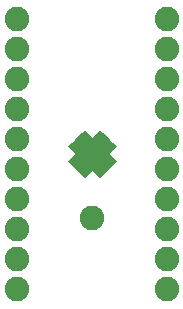
<source format=gts>
G75*
%MOIN*%
%OFA0B0*%
%FSLAX25Y25*%
%IPPOS*%
%LPD*%
%AMOC8*
5,1,8,0,0,1.08239X$1,22.5*
%
%ADD10C,0.08200*%
%ADD11R,0.07099X0.07099*%
%ADD12R,0.03950X0.01587*%
%ADD13C,0.03778*%
D10*
X0011039Y0011118D03*
X0011039Y0021118D03*
X0011039Y0031118D03*
X0011039Y0041118D03*
X0011039Y0051118D03*
X0011039Y0061118D03*
X0011039Y0071118D03*
X0011039Y0081118D03*
X0011039Y0091118D03*
X0011039Y0101118D03*
X0036276Y0034858D03*
X0061039Y0031118D03*
X0061039Y0021118D03*
X0061039Y0011118D03*
X0061039Y0041118D03*
X0061039Y0051118D03*
X0061039Y0061118D03*
X0061039Y0071118D03*
X0061039Y0081118D03*
X0061039Y0091118D03*
X0061039Y0101118D03*
D11*
G36*
X0036318Y0061297D02*
X0041337Y0056278D01*
X0036318Y0051259D01*
X0031299Y0056278D01*
X0036318Y0061297D01*
G37*
D12*
G36*
X0039945Y0063238D02*
X0037153Y0060446D01*
X0036031Y0061568D01*
X0038823Y0064360D01*
X0039945Y0063238D01*
G37*
G36*
X0041059Y0062124D02*
X0038267Y0059332D01*
X0037145Y0060454D01*
X0039937Y0063246D01*
X0041059Y0062124D01*
G37*
G36*
X0042172Y0061011D02*
X0039380Y0058219D01*
X0038258Y0059341D01*
X0041050Y0062133D01*
X0042172Y0061011D01*
G37*
G36*
X0039372Y0058227D02*
X0042164Y0061019D01*
X0043286Y0059897D01*
X0040494Y0057105D01*
X0039372Y0058227D01*
G37*
G36*
X0044399Y0058784D02*
X0041607Y0055992D01*
X0040485Y0057114D01*
X0043277Y0059906D01*
X0044399Y0058784D01*
G37*
G36*
X0043277Y0052651D02*
X0040485Y0055443D01*
X0041607Y0056565D01*
X0044399Y0053773D01*
X0043277Y0052651D01*
G37*
G36*
X0042164Y0051538D02*
X0039372Y0054330D01*
X0040494Y0055452D01*
X0043286Y0052660D01*
X0042164Y0051538D01*
G37*
G36*
X0041050Y0050424D02*
X0038258Y0053216D01*
X0039380Y0054338D01*
X0042172Y0051546D01*
X0041050Y0050424D01*
G37*
G36*
X0038267Y0053224D02*
X0041059Y0050432D01*
X0039937Y0049310D01*
X0037145Y0052102D01*
X0038267Y0053224D01*
G37*
G36*
X0037153Y0052111D02*
X0039945Y0049319D01*
X0038823Y0048197D01*
X0036031Y0050989D01*
X0037153Y0052111D01*
G37*
G36*
X0036604Y0050989D02*
X0033812Y0048197D01*
X0032690Y0049319D01*
X0035482Y0052111D01*
X0036604Y0050989D01*
G37*
G36*
X0035491Y0052102D02*
X0032699Y0049310D01*
X0031577Y0050432D01*
X0034369Y0053224D01*
X0035491Y0052102D01*
G37*
G36*
X0030463Y0051546D02*
X0033255Y0054338D01*
X0034377Y0053216D01*
X0031585Y0050424D01*
X0030463Y0051546D01*
G37*
G36*
X0029350Y0052660D02*
X0032142Y0055452D01*
X0033264Y0054330D01*
X0030472Y0051538D01*
X0029350Y0052660D01*
G37*
G36*
X0028236Y0053773D02*
X0031028Y0056565D01*
X0032150Y0055443D01*
X0029358Y0052651D01*
X0028236Y0053773D01*
G37*
G36*
X0029358Y0059906D02*
X0032150Y0057114D01*
X0031028Y0055992D01*
X0028236Y0058784D01*
X0029358Y0059906D01*
G37*
G36*
X0032142Y0057105D02*
X0029350Y0059897D01*
X0030472Y0061019D01*
X0033264Y0058227D01*
X0032142Y0057105D01*
G37*
G36*
X0033255Y0058219D02*
X0030463Y0061011D01*
X0031585Y0062133D01*
X0034377Y0059341D01*
X0033255Y0058219D01*
G37*
G36*
X0034369Y0059332D02*
X0031577Y0062124D01*
X0032699Y0063246D01*
X0035491Y0060454D01*
X0034369Y0059332D01*
G37*
G36*
X0035482Y0060446D02*
X0032690Y0063238D01*
X0033812Y0064360D01*
X0036604Y0061568D01*
X0035482Y0060446D01*
G37*
D13*
X0036315Y0056315D03*
M02*

</source>
